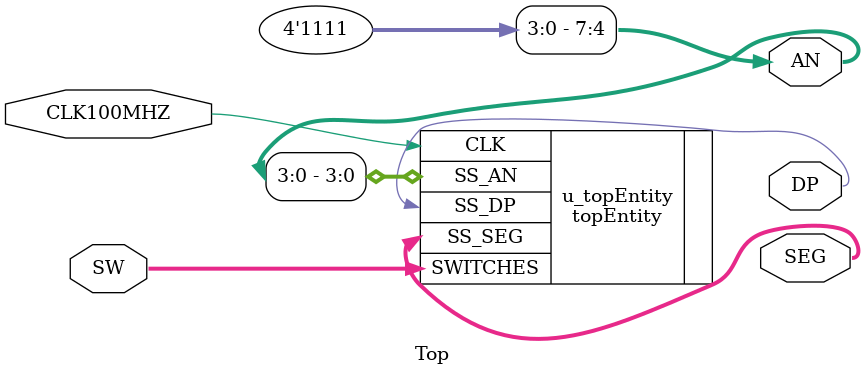
<source format=v>
module Top(
           input        CLK100MHZ,
           input [6:0]  SW,
           output [7:0] AN,
           output [6:0] SEG,
           output       DP
           );

   assign AN[7:4] = 4'b1111;

   topEntity u_topEntity
     (.CLK(CLK100MHZ),
      .SWITCHES(SW[6:0]),
      .SS_AN(AN[3:0]),
      .SS_SEG(SEG[6:0]),
      .SS_DP(DP)
      );

endmodule

</source>
